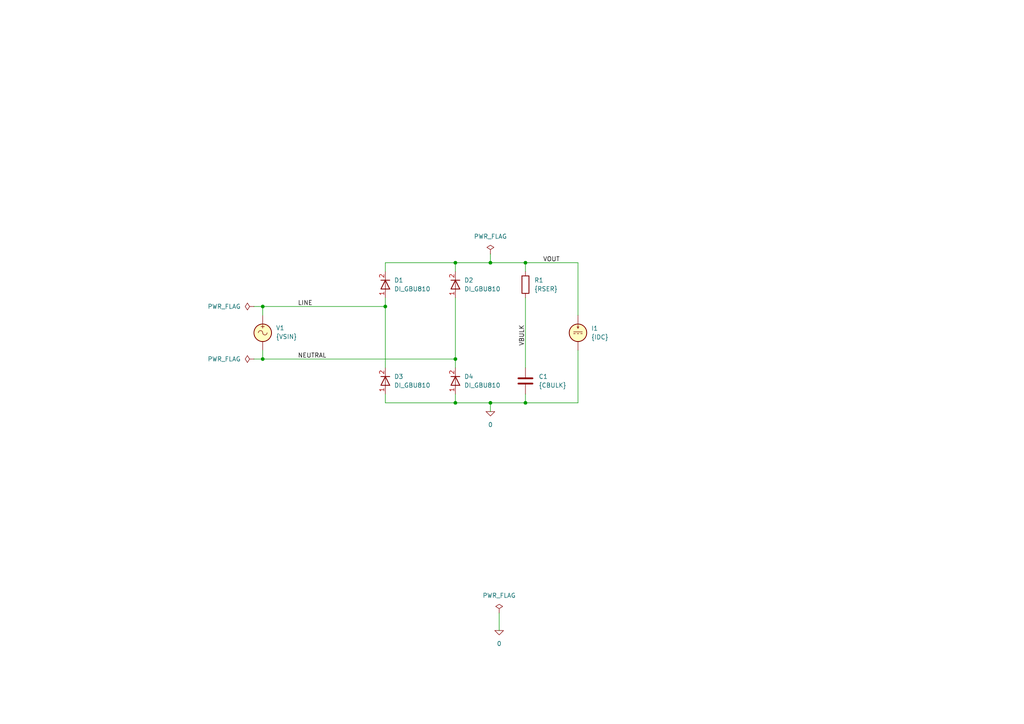
<source format=kicad_sch>
(kicad_sch
	(version 20231120)
	(generator "eeschema")
	(generator_version "8.0")
	(uuid "b05127ca-5f64-4780-b82d-463c31d36d55")
	(paper "A4")
	(title_block
		(title "8.0A GLASS PASSIVATED BRIDGE RECTIFIER")
		(date "2024-06-20")
		(rev "2")
		(company "astroelectronic@")
		(comment 1 "-")
		(comment 2 "-")
		(comment 3 "-")
		(comment 4 "AE01011810")
	)
	(lib_symbols
		(symbol "GBU810:0"
			(power)
			(pin_names
				(offset 0)
			)
			(exclude_from_sim no)
			(in_bom yes)
			(on_board yes)
			(property "Reference" "#GND"
				(at 0 -2.54 0)
				(effects
					(font
						(size 1.27 1.27)
					)
					(hide yes)
				)
			)
			(property "Value" "0"
				(at 0 -1.778 0)
				(effects
					(font
						(size 1.27 1.27)
					)
				)
			)
			(property "Footprint" ""
				(at 0 0 0)
				(effects
					(font
						(size 1.27 1.27)
					)
					(hide yes)
				)
			)
			(property "Datasheet" "~"
				(at 0 0 0)
				(effects
					(font
						(size 1.27 1.27)
					)
					(hide yes)
				)
			)
			(property "Description" "0V reference potential for simulation"
				(at 0 0 0)
				(effects
					(font
						(size 1.27 1.27)
					)
					(hide yes)
				)
			)
			(property "ki_keywords" "simulation"
				(at 0 0 0)
				(effects
					(font
						(size 1.27 1.27)
					)
					(hide yes)
				)
			)
			(symbol "0_0_1"
				(polyline
					(pts
						(xy -1.27 0) (xy 0 -1.27) (xy 1.27 0) (xy -1.27 0)
					)
					(stroke
						(width 0)
						(type default)
					)
					(fill
						(type none)
					)
				)
			)
			(symbol "0_1_1"
				(pin power_in line
					(at 0 0 0)
					(length 0) hide
					(name "0"
						(effects
							(font
								(size 1.016 1.016)
							)
						)
					)
					(number "1"
						(effects
							(font
								(size 1.016 1.016)
							)
						)
					)
				)
			)
		)
		(symbol "GBU810:C"
			(pin_numbers hide)
			(pin_names
				(offset 0.254)
			)
			(exclude_from_sim no)
			(in_bom yes)
			(on_board yes)
			(property "Reference" "C"
				(at 0.635 2.54 0)
				(effects
					(font
						(size 1.27 1.27)
					)
					(justify left)
				)
			)
			(property "Value" "C"
				(at 0.635 -2.54 0)
				(effects
					(font
						(size 1.27 1.27)
					)
					(justify left)
				)
			)
			(property "Footprint" ""
				(at 0.9652 -3.81 0)
				(effects
					(font
						(size 1.27 1.27)
					)
					(hide yes)
				)
			)
			(property "Datasheet" "~"
				(at 0 0 0)
				(effects
					(font
						(size 1.27 1.27)
					)
					(hide yes)
				)
			)
			(property "Description" "Unpolarized capacitor"
				(at 0 0 0)
				(effects
					(font
						(size 1.27 1.27)
					)
					(hide yes)
				)
			)
			(property "ki_keywords" "cap capacitor"
				(at 0 0 0)
				(effects
					(font
						(size 1.27 1.27)
					)
					(hide yes)
				)
			)
			(property "ki_fp_filters" "C_*"
				(at 0 0 0)
				(effects
					(font
						(size 1.27 1.27)
					)
					(hide yes)
				)
			)
			(symbol "C_0_1"
				(polyline
					(pts
						(xy -2.032 -0.762) (xy 2.032 -0.762)
					)
					(stroke
						(width 0.508)
						(type default)
					)
					(fill
						(type none)
					)
				)
				(polyline
					(pts
						(xy -2.032 0.762) (xy 2.032 0.762)
					)
					(stroke
						(width 0.508)
						(type default)
					)
					(fill
						(type none)
					)
				)
			)
			(symbol "C_1_1"
				(pin passive line
					(at 0 3.81 270)
					(length 2.794)
					(name "~"
						(effects
							(font
								(size 1.27 1.27)
							)
						)
					)
					(number "1"
						(effects
							(font
								(size 1.27 1.27)
							)
						)
					)
				)
				(pin passive line
					(at 0 -3.81 90)
					(length 2.794)
					(name "~"
						(effects
							(font
								(size 1.27 1.27)
							)
						)
					)
					(number "2"
						(effects
							(font
								(size 1.27 1.27)
							)
						)
					)
				)
			)
		)
		(symbol "GBU810:DIODE"
			(pin_names
				(offset 1.016) hide)
			(exclude_from_sim no)
			(in_bom yes)
			(on_board yes)
			(property "Reference" "D"
				(at 0 2.54 0)
				(effects
					(font
						(size 1.27 1.27)
					)
				)
			)
			(property "Value" "${SIM.PARAMS}"
				(at 0 -2.54 0)
				(effects
					(font
						(size 1.27 1.27)
					)
				)
			)
			(property "Footprint" ""
				(at 0 0 0)
				(effects
					(font
						(size 1.27 1.27)
					)
					(hide yes)
				)
			)
			(property "Datasheet" "~"
				(at 0 0 0)
				(effects
					(font
						(size 1.27 1.27)
					)
					(hide yes)
				)
			)
			(property "Description" "Diode, anode on pin 1, for simulation only!"
				(at 0 0 0)
				(effects
					(font
						(size 1.27 1.27)
					)
					(hide yes)
				)
			)
			(property "Sim.Pins" "1=1 2=2"
				(at 0 0 0)
				(effects
					(font
						(size 1.27 1.27)
					)
					(hide yes)
				)
			)
			(property "Sim.Device" "SPICE"
				(at 0 0 0)
				(effects
					(font
						(size 1.27 1.27)
					)
					(justify left)
					(hide yes)
				)
			)
			(property "Sim.Params" "type=\"D\" model=\"DIODE\" lib=\"\""
				(at 0 0 0)
				(effects
					(font
						(size 1.27 1.27)
					)
					(hide yes)
				)
			)
			(property "Spice_Netlist_Enabled" "Y"
				(at 0 0 0)
				(effects
					(font
						(size 1.27 1.27)
					)
					(justify left)
					(hide yes)
				)
			)
			(property "ki_keywords" "simulation"
				(at 0 0 0)
				(effects
					(font
						(size 1.27 1.27)
					)
					(hide yes)
				)
			)
			(symbol "DIODE_0_1"
				(polyline
					(pts
						(xy 1.27 0) (xy -1.27 0)
					)
					(stroke
						(width 0)
						(type default)
					)
					(fill
						(type none)
					)
				)
				(polyline
					(pts
						(xy 1.27 1.27) (xy 1.27 -1.27)
					)
					(stroke
						(width 0.254)
						(type default)
					)
					(fill
						(type none)
					)
				)
				(polyline
					(pts
						(xy -1.27 -1.27) (xy -1.27 1.27) (xy 1.27 0) (xy -1.27 -1.27)
					)
					(stroke
						(width 0.254)
						(type default)
					)
					(fill
						(type none)
					)
				)
			)
			(symbol "DIODE_1_1"
				(pin passive line
					(at -3.81 0 0)
					(length 2.54)
					(name "A"
						(effects
							(font
								(size 1.27 1.27)
							)
						)
					)
					(number "1"
						(effects
							(font
								(size 1.27 1.27)
							)
						)
					)
				)
				(pin passive line
					(at 3.81 0 180)
					(length 2.54)
					(name "K"
						(effects
							(font
								(size 1.27 1.27)
							)
						)
					)
					(number "2"
						(effects
							(font
								(size 1.27 1.27)
							)
						)
					)
				)
			)
		)
		(symbol "GBU810:IDC"
			(pin_numbers hide)
			(pin_names
				(offset 0.0254)
			)
			(exclude_from_sim no)
			(in_bom yes)
			(on_board yes)
			(property "Reference" "I"
				(at 2.54 2.54 0)
				(effects
					(font
						(size 1.27 1.27)
					)
					(justify left)
				)
			)
			(property "Value" "1"
				(at 2.54 0 0)
				(effects
					(font
						(size 1.27 1.27)
					)
					(justify left)
				)
			)
			(property "Footprint" ""
				(at 0 0 0)
				(effects
					(font
						(size 1.27 1.27)
					)
					(hide yes)
				)
			)
			(property "Datasheet" "~"
				(at 0 0 0)
				(effects
					(font
						(size 1.27 1.27)
					)
					(hide yes)
				)
			)
			(property "Description" "Current source, DC"
				(at 0 0 0)
				(effects
					(font
						(size 1.27 1.27)
					)
					(hide yes)
				)
			)
			(property "Sim.Pins" "1=+ 2=-"
				(at 0 0 0)
				(effects
					(font
						(size 1.27 1.27)
					)
					(hide yes)
				)
			)
			(property "Sim.Type" "DC"
				(at 0 0 0)
				(effects
					(font
						(size 1.27 1.27)
					)
					(hide yes)
				)
			)
			(property "Sim.Device" "I"
				(at 0 0 0)
				(effects
					(font
						(size 1.27 1.27)
					)
					(justify left)
					(hide yes)
				)
			)
			(property "Spice_Netlist_Enabled" "Y"
				(at 0 0 0)
				(effects
					(font
						(size 1.27 1.27)
					)
					(justify left)
					(hide yes)
				)
			)
			(property "ki_keywords" "simulation"
				(at 0 0 0)
				(effects
					(font
						(size 1.27 1.27)
					)
					(hide yes)
				)
			)
			(symbol "IDC_0_0"
				(polyline
					(pts
						(xy -1.27 0.254) (xy 1.27 0.254)
					)
					(stroke
						(width 0)
						(type default)
					)
					(fill
						(type none)
					)
				)
				(polyline
					(pts
						(xy -0.762 -0.254) (xy -1.27 -0.254)
					)
					(stroke
						(width 0)
						(type default)
					)
					(fill
						(type none)
					)
				)
				(polyline
					(pts
						(xy 0.254 -0.254) (xy -0.254 -0.254)
					)
					(stroke
						(width 0)
						(type default)
					)
					(fill
						(type none)
					)
				)
				(polyline
					(pts
						(xy 1.27 -0.254) (xy 0.762 -0.254)
					)
					(stroke
						(width 0)
						(type default)
					)
					(fill
						(type none)
					)
				)
			)
			(symbol "IDC_0_1"
				(polyline
					(pts
						(xy 0 1.27) (xy 0 2.286)
					)
					(stroke
						(width 0)
						(type default)
					)
					(fill
						(type none)
					)
				)
				(polyline
					(pts
						(xy -0.254 1.778) (xy 0 1.27) (xy 0.254 1.778)
					)
					(stroke
						(width 0)
						(type default)
					)
					(fill
						(type none)
					)
				)
				(circle
					(center 0 0)
					(radius 2.54)
					(stroke
						(width 0.254)
						(type default)
					)
					(fill
						(type background)
					)
				)
			)
			(symbol "IDC_1_1"
				(pin passive line
					(at 0 5.08 270)
					(length 2.54)
					(name "~"
						(effects
							(font
								(size 1.27 1.27)
							)
						)
					)
					(number "1"
						(effects
							(font
								(size 1.27 1.27)
							)
						)
					)
				)
				(pin passive line
					(at 0 -5.08 90)
					(length 2.54)
					(name "~"
						(effects
							(font
								(size 1.27 1.27)
							)
						)
					)
					(number "2"
						(effects
							(font
								(size 1.27 1.27)
							)
						)
					)
				)
			)
		)
		(symbol "GBU810:PWR_FLAG"
			(power)
			(pin_numbers hide)
			(pin_names
				(offset 0) hide)
			(exclude_from_sim no)
			(in_bom yes)
			(on_board yes)
			(property "Reference" "#FLG"
				(at 0 1.905 0)
				(effects
					(font
						(size 1.27 1.27)
					)
					(hide yes)
				)
			)
			(property "Value" "PWR_FLAG"
				(at 0 3.81 0)
				(effects
					(font
						(size 1.27 1.27)
					)
				)
			)
			(property "Footprint" ""
				(at 0 0 0)
				(effects
					(font
						(size 1.27 1.27)
					)
					(hide yes)
				)
			)
			(property "Datasheet" "~"
				(at 0 0 0)
				(effects
					(font
						(size 1.27 1.27)
					)
					(hide yes)
				)
			)
			(property "Description" "Special symbol for telling ERC where power comes from"
				(at 0 0 0)
				(effects
					(font
						(size 1.27 1.27)
					)
					(hide yes)
				)
			)
			(property "ki_keywords" "flag power"
				(at 0 0 0)
				(effects
					(font
						(size 1.27 1.27)
					)
					(hide yes)
				)
			)
			(symbol "PWR_FLAG_0_0"
				(pin power_out line
					(at 0 0 90)
					(length 0)
					(name "pwr"
						(effects
							(font
								(size 1.27 1.27)
							)
						)
					)
					(number "1"
						(effects
							(font
								(size 1.27 1.27)
							)
						)
					)
				)
			)
			(symbol "PWR_FLAG_0_1"
				(polyline
					(pts
						(xy 0 0) (xy 0 1.27) (xy -1.016 1.905) (xy 0 2.54) (xy 1.016 1.905) (xy 0 1.27)
					)
					(stroke
						(width 0)
						(type default)
					)
					(fill
						(type none)
					)
				)
			)
		)
		(symbol "GBU810:R"
			(pin_numbers hide)
			(pin_names
				(offset 0)
			)
			(exclude_from_sim no)
			(in_bom yes)
			(on_board yes)
			(property "Reference" "R"
				(at 2.032 0 90)
				(effects
					(font
						(size 1.27 1.27)
					)
				)
			)
			(property "Value" "R"
				(at 0 0 90)
				(effects
					(font
						(size 1.27 1.27)
					)
				)
			)
			(property "Footprint" ""
				(at -1.778 0 90)
				(effects
					(font
						(size 1.27 1.27)
					)
					(hide yes)
				)
			)
			(property "Datasheet" "~"
				(at 0 0 0)
				(effects
					(font
						(size 1.27 1.27)
					)
					(hide yes)
				)
			)
			(property "Description" "Resistor"
				(at 0 0 0)
				(effects
					(font
						(size 1.27 1.27)
					)
					(hide yes)
				)
			)
			(property "ki_keywords" "R res resistor"
				(at 0 0 0)
				(effects
					(font
						(size 1.27 1.27)
					)
					(hide yes)
				)
			)
			(property "ki_fp_filters" "R_*"
				(at 0 0 0)
				(effects
					(font
						(size 1.27 1.27)
					)
					(hide yes)
				)
			)
			(symbol "R_0_1"
				(rectangle
					(start -1.016 -2.54)
					(end 1.016 2.54)
					(stroke
						(width 0.254)
						(type default)
					)
					(fill
						(type none)
					)
				)
			)
			(symbol "R_1_1"
				(pin passive line
					(at 0 3.81 270)
					(length 1.27)
					(name "~"
						(effects
							(font
								(size 1.27 1.27)
							)
						)
					)
					(number "1"
						(effects
							(font
								(size 1.27 1.27)
							)
						)
					)
				)
				(pin passive line
					(at 0 -3.81 90)
					(length 1.27)
					(name "~"
						(effects
							(font
								(size 1.27 1.27)
							)
						)
					)
					(number "2"
						(effects
							(font
								(size 1.27 1.27)
							)
						)
					)
				)
			)
		)
		(symbol "GBU810:VSIN"
			(pin_numbers hide)
			(pin_names
				(offset 0.0254)
			)
			(exclude_from_sim no)
			(in_bom yes)
			(on_board yes)
			(property "Reference" "V"
				(at 2.54 2.54 0)
				(effects
					(font
						(size 1.27 1.27)
					)
					(justify left)
				)
			)
			(property "Value" "VSIN"
				(at 2.54 0 0)
				(effects
					(font
						(size 1.27 1.27)
					)
					(justify left)
				)
			)
			(property "Footprint" ""
				(at 0 0 0)
				(effects
					(font
						(size 1.27 1.27)
					)
					(hide yes)
				)
			)
			(property "Datasheet" "~"
				(at 0 0 0)
				(effects
					(font
						(size 1.27 1.27)
					)
					(hide yes)
				)
			)
			(property "Description" "Voltage source, sinusoidal"
				(at 0 0 0)
				(effects
					(font
						(size 1.27 1.27)
					)
					(hide yes)
				)
			)
			(property "Sim.Pins" "1=+ 2=-"
				(at 0 0 0)
				(effects
					(font
						(size 1.27 1.27)
					)
					(hide yes)
				)
			)
			(property "Sim.Params" "dc=0 ampl=1 f=1k"
				(at 2.54 -2.54 0)
				(effects
					(font
						(size 1.27 1.27)
					)
					(justify left)
				)
			)
			(property "Sim.Type" "SIN"
				(at 0 0 0)
				(effects
					(font
						(size 1.27 1.27)
					)
					(hide yes)
				)
			)
			(property "Sim.Device" "V"
				(at 0 0 0)
				(effects
					(font
						(size 1.27 1.27)
					)
					(justify left)
					(hide yes)
				)
			)
			(property "Spice_Netlist_Enabled" "Y"
				(at 0 0 0)
				(effects
					(font
						(size 1.27 1.27)
					)
					(justify left)
					(hide yes)
				)
			)
			(property "ki_keywords" "simulation"
				(at 0 0 0)
				(effects
					(font
						(size 1.27 1.27)
					)
					(hide yes)
				)
			)
			(symbol "VSIN_0_0"
				(arc
					(start 0 0)
					(mid -0.635 0.6323)
					(end -1.27 0)
					(stroke
						(width 0)
						(type default)
					)
					(fill
						(type none)
					)
				)
				(arc
					(start 0 0)
					(mid 0.635 -0.6323)
					(end 1.27 0)
					(stroke
						(width 0)
						(type default)
					)
					(fill
						(type none)
					)
				)
				(text "+"
					(at 0 1.905 0)
					(effects
						(font
							(size 1.27 1.27)
						)
					)
				)
			)
			(symbol "VSIN_0_1"
				(circle
					(center 0 0)
					(radius 2.54)
					(stroke
						(width 0.254)
						(type default)
					)
					(fill
						(type background)
					)
				)
			)
			(symbol "VSIN_1_1"
				(pin passive line
					(at 0 5.08 270)
					(length 2.54)
					(name "~"
						(effects
							(font
								(size 1.27 1.27)
							)
						)
					)
					(number "1"
						(effects
							(font
								(size 1.27 1.27)
							)
						)
					)
				)
				(pin passive line
					(at 0 -5.08 90)
					(length 2.54)
					(name "~"
						(effects
							(font
								(size 1.27 1.27)
							)
						)
					)
					(number "2"
						(effects
							(font
								(size 1.27 1.27)
							)
						)
					)
				)
			)
		)
	)
	(junction
		(at 132.08 76.2)
		(diameter 0)
		(color 0 0 0 0)
		(uuid "643fe0a8-9ef1-4840-b7f2-1451bee820e3")
	)
	(junction
		(at 111.76 88.9)
		(diameter 0)
		(color 0 0 0 0)
		(uuid "6b37cb34-643d-4453-a11a-add11a253daa")
	)
	(junction
		(at 152.4 116.84)
		(diameter 0)
		(color 0 0 0 0)
		(uuid "7c0f3518-ecd4-402c-95b2-1f711ae542ee")
	)
	(junction
		(at 142.24 116.84)
		(diameter 0)
		(color 0 0 0 0)
		(uuid "821799a2-a7e2-413d-a101-a8c52fbce93e")
	)
	(junction
		(at 76.2 88.9)
		(diameter 0)
		(color 0 0 0 0)
		(uuid "84db70ce-9a45-4578-b1f4-b687d5f51634")
	)
	(junction
		(at 132.08 116.84)
		(diameter 0)
		(color 0 0 0 0)
		(uuid "89abe20e-d1b7-4111-8d8c-6b424ecea9c7")
	)
	(junction
		(at 132.08 104.14)
		(diameter 0)
		(color 0 0 0 0)
		(uuid "ad458764-6fe3-46b2-b54e-63ef5025923b")
	)
	(junction
		(at 76.2 104.14)
		(diameter 0)
		(color 0 0 0 0)
		(uuid "addeb983-7eb9-4643-812c-d36e7e269ba5")
	)
	(junction
		(at 142.24 76.2)
		(diameter 0)
		(color 0 0 0 0)
		(uuid "b8f80215-84e9-40f5-b07a-7ba172cb9e06")
	)
	(junction
		(at 152.4 76.2)
		(diameter 0)
		(color 0 0 0 0)
		(uuid "d19c3c57-49e6-4211-998e-5139b6a99152")
	)
	(wire
		(pts
			(xy 132.08 86.36) (xy 132.08 104.14)
		)
		(stroke
			(width 0)
			(type default)
		)
		(uuid "024b3b09-781f-4d57-b2e5-af914cda4144")
	)
	(wire
		(pts
			(xy 132.08 104.14) (xy 132.08 106.68)
		)
		(stroke
			(width 0)
			(type default)
		)
		(uuid "0acc53f2-5e14-48dc-92e9-dbf7aa75ae31")
	)
	(wire
		(pts
			(xy 167.64 91.44) (xy 167.64 76.2)
		)
		(stroke
			(width 0)
			(type default)
		)
		(uuid "107592d0-0688-4422-bac7-1c90497b06c9")
	)
	(wire
		(pts
			(xy 142.24 76.2) (xy 152.4 76.2)
		)
		(stroke
			(width 0)
			(type default)
		)
		(uuid "114373cf-e71b-43e4-8167-d860e2ae9c8a")
	)
	(wire
		(pts
			(xy 73.66 104.14) (xy 76.2 104.14)
		)
		(stroke
			(width 0)
			(type default)
		)
		(uuid "11ad1a35-aabc-4b99-8320-ba814526d36a")
	)
	(wire
		(pts
			(xy 167.64 116.84) (xy 152.4 116.84)
		)
		(stroke
			(width 0)
			(type default)
		)
		(uuid "166e8a00-aab4-4a04-bd0a-81e541abfb80")
	)
	(wire
		(pts
			(xy 132.08 116.84) (xy 142.24 116.84)
		)
		(stroke
			(width 0)
			(type default)
		)
		(uuid "16e38e5e-9598-4c69-aed0-329b450f0a97")
	)
	(wire
		(pts
			(xy 152.4 76.2) (xy 152.4 78.74)
		)
		(stroke
			(width 0)
			(type default)
		)
		(uuid "189f3535-94eb-420f-a9c3-6328933a60f4")
	)
	(wire
		(pts
			(xy 73.66 88.9) (xy 76.2 88.9)
		)
		(stroke
			(width 0)
			(type default)
		)
		(uuid "1ff07186-1756-407c-af04-f1f39ecb7a13")
	)
	(wire
		(pts
			(xy 76.2 88.9) (xy 111.76 88.9)
		)
		(stroke
			(width 0)
			(type default)
		)
		(uuid "206faa02-127e-4435-9f43-9b1fbfe1f152")
	)
	(wire
		(pts
			(xy 111.76 114.3) (xy 111.76 116.84)
		)
		(stroke
			(width 0)
			(type default)
		)
		(uuid "293fda33-e200-4137-81f0-41626befd5ed")
	)
	(wire
		(pts
			(xy 167.64 76.2) (xy 152.4 76.2)
		)
		(stroke
			(width 0)
			(type default)
		)
		(uuid "3735e8e3-563e-4191-a8cc-2d0f0ca3e6e2")
	)
	(wire
		(pts
			(xy 144.78 177.8) (xy 144.78 182.88)
		)
		(stroke
			(width 0)
			(type default)
		)
		(uuid "4643b09a-a304-418b-ac7b-1038728026fd")
	)
	(wire
		(pts
			(xy 152.4 116.84) (xy 152.4 114.3)
		)
		(stroke
			(width 0)
			(type default)
		)
		(uuid "485015c0-2405-444d-94c1-093ccd2882b5")
	)
	(wire
		(pts
			(xy 111.76 88.9) (xy 111.76 106.68)
		)
		(stroke
			(width 0)
			(type default)
		)
		(uuid "4ba2c874-695f-45f9-8871-780b8fe00a61")
	)
	(wire
		(pts
			(xy 132.08 116.84) (xy 132.08 114.3)
		)
		(stroke
			(width 0)
			(type default)
		)
		(uuid "5051b0a0-8afc-4881-8831-fe727351b805")
	)
	(wire
		(pts
			(xy 76.2 104.14) (xy 132.08 104.14)
		)
		(stroke
			(width 0)
			(type default)
		)
		(uuid "5343050e-730d-4d80-840d-871b255abcf2")
	)
	(wire
		(pts
			(xy 132.08 76.2) (xy 132.08 78.74)
		)
		(stroke
			(width 0)
			(type default)
		)
		(uuid "58b28864-bd13-405f-ba44-8db0994b55af")
	)
	(wire
		(pts
			(xy 111.76 116.84) (xy 132.08 116.84)
		)
		(stroke
			(width 0)
			(type default)
		)
		(uuid "6fabd2cb-ea82-4f77-844e-eb76ddea8da9")
	)
	(wire
		(pts
			(xy 76.2 91.44) (xy 76.2 88.9)
		)
		(stroke
			(width 0)
			(type default)
		)
		(uuid "703955d1-9118-4cba-a14a-48dfc4d10e8a")
	)
	(wire
		(pts
			(xy 152.4 86.36) (xy 152.4 106.68)
		)
		(stroke
			(width 0)
			(type default)
		)
		(uuid "7ef3adbf-873a-4f51-912d-b735954b444d")
	)
	(wire
		(pts
			(xy 76.2 101.6) (xy 76.2 104.14)
		)
		(stroke
			(width 0)
			(type default)
		)
		(uuid "94e99748-54d9-499f-9788-08861885cbb2")
	)
	(wire
		(pts
			(xy 111.76 78.74) (xy 111.76 76.2)
		)
		(stroke
			(width 0)
			(type default)
		)
		(uuid "9d7fabce-db97-4bd0-a502-52f7b1e7ed13")
	)
	(wire
		(pts
			(xy 111.76 86.36) (xy 111.76 88.9)
		)
		(stroke
			(width 0)
			(type default)
		)
		(uuid "a6c7f1d7-6e4b-4d33-aaa7-a947babdd8c5")
	)
	(wire
		(pts
			(xy 142.24 116.84) (xy 142.24 119.38)
		)
		(stroke
			(width 0)
			(type default)
		)
		(uuid "b3e366c8-c8d4-4ba0-a0d9-0dec0bc89c5a")
	)
	(wire
		(pts
			(xy 132.08 76.2) (xy 142.24 76.2)
		)
		(stroke
			(width 0)
			(type default)
		)
		(uuid "b8b5674f-26a6-4a2c-913d-7c1a7c96f492")
	)
	(wire
		(pts
			(xy 142.24 73.66) (xy 142.24 76.2)
		)
		(stroke
			(width 0)
			(type default)
		)
		(uuid "c5682ad0-111d-4224-97e1-b2b70ea3c266")
	)
	(wire
		(pts
			(xy 167.64 101.6) (xy 167.64 116.84)
		)
		(stroke
			(width 0)
			(type default)
		)
		(uuid "f3d1c864-5d3a-4401-ad3b-0c5fc0ae8e34")
	)
	(wire
		(pts
			(xy 111.76 76.2) (xy 132.08 76.2)
		)
		(stroke
			(width 0)
			(type default)
		)
		(uuid "f445811d-5675-471c-81ed-53a5dc4a92f1")
	)
	(wire
		(pts
			(xy 142.24 116.84) (xy 152.4 116.84)
		)
		(stroke
			(width 0)
			(type default)
		)
		(uuid "fb131d24-78cf-4671-994e-b5fd4a9746f2")
	)
	(label "NEUTRAL"
		(at 86.36 104.14 0)
		(fields_autoplaced yes)
		(effects
			(font
				(size 1.27 1.27)
			)
			(justify left bottom)
		)
		(uuid "244db7f8-d9a7-4ca6-8bb6-fd13e7dec2a5")
	)
	(label "LINE"
		(at 86.36 88.9 0)
		(fields_autoplaced yes)
		(effects
			(font
				(size 1.27 1.27)
			)
			(justify left bottom)
		)
		(uuid "8072aaef-9f50-4cdc-a8b6-66059f5e69f7")
	)
	(label "VBULK"
		(at 152.4 100.33 90)
		(fields_autoplaced yes)
		(effects
			(font
				(size 1.27 1.27)
			)
			(justify left bottom)
		)
		(uuid "c9720e84-54a7-4410-bdd0-5c2a1daf296a")
	)
	(label "VOUT"
		(at 157.48 76.2 0)
		(fields_autoplaced yes)
		(effects
			(font
				(size 1.27 1.27)
			)
			(justify left bottom)
		)
		(uuid "d116930f-55a8-4096-9741-0b0edbfeea31")
	)
	(symbol
		(lib_id "GBU810:0")
		(at 142.24 119.38 0)
		(unit 1)
		(exclude_from_sim no)
		(in_bom yes)
		(on_board yes)
		(dnp no)
		(fields_autoplaced yes)
		(uuid "1c7d1e8a-9264-4c74-9cc7-06ea90edb39f")
		(property "Reference" "#GND01"
			(at 142.24 121.92 0)
			(effects
				(font
					(size 1.27 1.27)
				)
				(hide yes)
			)
		)
		(property "Value" "0"
			(at 142.24 123.19 0)
			(effects
				(font
					(size 1.27 1.27)
				)
			)
		)
		(property "Footprint" ""
			(at 142.24 119.38 0)
			(effects
				(font
					(size 1.27 1.27)
				)
				(hide yes)
			)
		)
		(property "Datasheet" "~"
			(at 142.24 119.38 0)
			(effects
				(font
					(size 1.27 1.27)
				)
				(hide yes)
			)
		)
		(property "Description" ""
			(at 142.24 119.38 0)
			(effects
				(font
					(size 1.27 1.27)
				)
				(hide yes)
			)
		)
		(pin "1"
			(uuid "20fa7339-c174-40b0-86a5-40f8a2ad37f4")
		)
		(instances
			(project ""
				(path "/13952cb3-3532-4762-a448-54c4a1ded07a"
					(reference "#GND01")
					(unit 1)
				)
			)
			(project ""
				(path "/b05127ca-5f64-4780-b82d-463c31d36d55"
					(reference "#GND01")
					(unit 1)
				)
			)
		)
	)
	(symbol
		(lib_name "GBU810:DIODE")
		(lib_id "GBU810:DIODE")
		(at 111.76 110.49 90)
		(unit 1)
		(exclude_from_sim no)
		(in_bom yes)
		(on_board yes)
		(dnp no)
		(fields_autoplaced yes)
		(uuid "1ec95bb0-f408-4a8a-9639-ded556c2ca6b")
		(property "Reference" "D3"
			(at 114.3 109.2199 90)
			(effects
				(font
					(size 1.27 1.27)
				)
				(justify right)
			)
		)
		(property "Value" "DI_GBU810"
			(at 114.3 111.7599 90)
			(effects
				(font
					(size 1.27 1.27)
				)
				(justify right)
			)
		)
		(property "Footprint" ""
			(at 111.76 110.49 0)
			(effects
				(font
					(size 1.27 1.27)
				)
				(hide yes)
			)
		)
		(property "Datasheet" "~"
			(at 111.76 110.49 0)
			(effects
				(font
					(size 1.27 1.27)
				)
				(hide yes)
			)
		)
		(property "Description" ""
			(at 111.76 110.49 0)
			(effects
				(font
					(size 1.27 1.27)
				)
				(hide yes)
			)
		)
		(property "Sim.Device" "D"
			(at 111.76 110.49 0)
			(effects
				(font
					(size 1.27 1.27)
				)
				(justify left)
				(hide yes)
			)
		)
		(property "Sim.Params" "type=\"D\" model=\"DI_GBU810\" lib=\"models/GBU810.spice.txt\""
			(at -15.24 -5.08 0)
			(effects
				(font
					(size 1.27 1.27)
				)
				(hide yes)
			)
		)
		(property "Sim.Pins" "1=1 2=2"
			(at -15.24 -5.08 0)
			(effects
				(font
					(size 1.27 1.27)
				)
				(hide yes)
			)
		)
		(property "Sim.Library" "C:\\AE\\GBU810\\_models\\GBU810.spice.txt"
			(at 111.76 110.49 0)
			(effects
				(font
					(size 1.27 1.27)
				)
				(hide yes)
			)
		)
		(property "Sim.Name" "DI_GBU810"
			(at 111.76 110.49 0)
			(effects
				(font
					(size 1.27 1.27)
				)
				(hide yes)
			)
		)
		(pin "1"
			(uuid "c7e0af46-ff16-43e9-911f-387ab208387a")
		)
		(pin "2"
			(uuid "39d6d74b-8445-4f30-9315-c31c735db5b3")
		)
		(instances
			(project ""
				(path "/13952cb3-3532-4762-a448-54c4a1ded07a"
					(reference "D3")
					(unit 1)
				)
			)
		)
	)
	(symbol
		(lib_name "GBU810:VSIN")
		(lib_id "GBU810:VSIN")
		(at 76.2 96.52 0)
		(unit 1)
		(exclude_from_sim no)
		(in_bom yes)
		(on_board yes)
		(dnp no)
		(fields_autoplaced yes)
		(uuid "376dfcf9-2519-4cca-987b-83d7b75ae2c3")
		(property "Reference" "V1"
			(at 80.01 95.1201 0)
			(effects
				(font
					(size 1.27 1.27)
				)
				(justify left)
			)
		)
		(property "Value" "{VSIN}"
			(at 80.01 97.6601 0)
			(effects
				(font
					(size 1.27 1.27)
				)
				(justify left)
			)
		)
		(property "Footprint" ""
			(at 76.2 96.52 0)
			(effects
				(font
					(size 1.27 1.27)
				)
				(hide yes)
			)
		)
		(property "Datasheet" "~"
			(at 76.2 96.52 0)
			(effects
				(font
					(size 1.27 1.27)
				)
				(hide yes)
			)
		)
		(property "Description" ""
			(at 76.2 96.52 0)
			(effects
				(font
					(size 1.27 1.27)
				)
				(hide yes)
			)
		)
		(property "Sim.Device" "SPICE"
			(at 76.2 96.52 0)
			(effects
				(font
					(size 1.27 1.27)
				)
				(justify left)
				(hide yes)
			)
		)
		(property "Sim.Params" "type=\"V\" model=\"SINE({VOFFSET} {VPK} {FREQ})\" lib=\"\""
			(at -15.24 -5.08 0)
			(effects
				(font
					(size 1.27 1.27)
				)
				(hide yes)
			)
		)
		(property "Sim.Pins" "1=1 2=2"
			(at -15.24 -5.08 0)
			(effects
				(font
					(size 1.27 1.27)
				)
				(hide yes)
			)
		)
		(pin "1"
			(uuid "88c06b68-5c3c-46c9-81af-276a80a75d1d")
		)
		(pin "2"
			(uuid "ee92391c-65ca-4e98-bebf-1318088eaf39")
		)
		(instances
			(project ""
				(path "/13952cb3-3532-4762-a448-54c4a1ded07a"
					(reference "V1")
					(unit 1)
				)
			)
		)
	)
	(symbol
		(lib_id "GBU810:PWR_FLAG")
		(at 142.24 73.66 0)
		(unit 1)
		(exclude_from_sim no)
		(in_bom yes)
		(on_board yes)
		(dnp no)
		(fields_autoplaced yes)
		(uuid "3eb0a9a8-37de-4f0d-90ae-14fcebdcfc1d")
		(property "Reference" "#FLG03"
			(at 142.24 71.755 0)
			(effects
				(font
					(size 1.27 1.27)
				)
				(hide yes)
			)
		)
		(property "Value" "PWR_FLAG"
			(at 142.24 68.58 0)
			(effects
				(font
					(size 1.27 1.27)
				)
			)
		)
		(property "Footprint" ""
			(at 142.24 73.66 0)
			(effects
				(font
					(size 1.27 1.27)
				)
				(hide yes)
			)
		)
		(property "Datasheet" "~"
			(at 142.24 73.66 0)
			(effects
				(font
					(size 1.27 1.27)
				)
				(hide yes)
			)
		)
		(property "Description" ""
			(at 142.24 73.66 0)
			(effects
				(font
					(size 1.27 1.27)
				)
				(hide yes)
			)
		)
		(pin "1"
			(uuid "174d5d79-110f-4f73-be21-a1f590218125")
		)
		(instances
			(project ""
				(path "/13952cb3-3532-4762-a448-54c4a1ded07a"
					(reference "#FLG03")
					(unit 1)
				)
			)
			(project ""
				(path "/b05127ca-5f64-4780-b82d-463c31d36d55"
					(reference "#FLG03")
					(unit 1)
				)
			)
		)
	)
	(symbol
		(lib_id "GBU810:PWR_FLAG")
		(at 73.66 88.9 90)
		(unit 1)
		(exclude_from_sim no)
		(in_bom yes)
		(on_board yes)
		(dnp no)
		(fields_autoplaced yes)
		(uuid "5b3abbbe-feed-47b2-be07-49176f9c561c")
		(property "Reference" "#FLG01"
			(at 71.755 88.9 0)
			(effects
				(font
					(size 1.27 1.27)
				)
				(hide yes)
			)
		)
		(property "Value" "PWR_FLAG"
			(at 69.85 88.8999 90)
			(effects
				(font
					(size 1.27 1.27)
				)
				(justify left)
			)
		)
		(property "Footprint" ""
			(at 73.66 88.9 0)
			(effects
				(font
					(size 1.27 1.27)
				)
				(hide yes)
			)
		)
		(property "Datasheet" "~"
			(at 73.66 88.9 0)
			(effects
				(font
					(size 1.27 1.27)
				)
				(hide yes)
			)
		)
		(property "Description" ""
			(at 73.66 88.9 0)
			(effects
				(font
					(size 1.27 1.27)
				)
				(hide yes)
			)
		)
		(pin "1"
			(uuid "dd940f23-dc52-451b-b6b5-e2c33f007b60")
		)
		(instances
			(project ""
				(path "/13952cb3-3532-4762-a448-54c4a1ded07a"
					(reference "#FLG01")
					(unit 1)
				)
			)
			(project ""
				(path "/b05127ca-5f64-4780-b82d-463c31d36d55"
					(reference "#FLG01")
					(unit 1)
				)
			)
		)
	)
	(symbol
		(lib_id "GBU810:0")
		(at 144.78 182.88 0)
		(unit 1)
		(exclude_from_sim no)
		(in_bom yes)
		(on_board yes)
		(dnp no)
		(fields_autoplaced yes)
		(uuid "97e0f5af-34f2-4e60-92e0-a9a1248bcbf9")
		(property "Reference" "#GND02"
			(at 144.78 185.42 0)
			(effects
				(font
					(size 1.27 1.27)
				)
				(hide yes)
			)
		)
		(property "Value" "0"
			(at 144.78 186.69 0)
			(effects
				(font
					(size 1.27 1.27)
				)
			)
		)
		(property "Footprint" ""
			(at 144.78 182.88 0)
			(effects
				(font
					(size 1.27 1.27)
				)
				(hide yes)
			)
		)
		(property "Datasheet" "~"
			(at 144.78 182.88 0)
			(effects
				(font
					(size 1.27 1.27)
				)
				(hide yes)
			)
		)
		(property "Description" ""
			(at 144.78 182.88 0)
			(effects
				(font
					(size 1.27 1.27)
				)
				(hide yes)
			)
		)
		(pin "1"
			(uuid "f0f33f43-3419-478d-aae0-16177c1ee387")
		)
		(instances
			(project ""
				(path "/13952cb3-3532-4762-a448-54c4a1ded07a"
					(reference "#GND02")
					(unit 1)
				)
			)
			(project ""
				(path "/b05127ca-5f64-4780-b82d-463c31d36d55"
					(reference "#GND02")
					(unit 1)
				)
			)
		)
	)
	(symbol
		(lib_id "GBU810:PWR_FLAG")
		(at 144.78 177.8 0)
		(unit 1)
		(exclude_from_sim no)
		(in_bom yes)
		(on_board yes)
		(dnp no)
		(fields_autoplaced yes)
		(uuid "9df51320-959d-4739-b05e-d697b035610d")
		(property "Reference" "#FLG04"
			(at 144.78 175.895 0)
			(effects
				(font
					(size 1.27 1.27)
				)
				(hide yes)
			)
		)
		(property "Value" "PWR_FLAG"
			(at 144.78 172.72 0)
			(effects
				(font
					(size 1.27 1.27)
				)
			)
		)
		(property "Footprint" ""
			(at 144.78 177.8 0)
			(effects
				(font
					(size 1.27 1.27)
				)
				(hide yes)
			)
		)
		(property "Datasheet" "~"
			(at 144.78 177.8 0)
			(effects
				(font
					(size 1.27 1.27)
				)
				(hide yes)
			)
		)
		(property "Description" ""
			(at 144.78 177.8 0)
			(effects
				(font
					(size 1.27 1.27)
				)
				(hide yes)
			)
		)
		(pin "1"
			(uuid "70d1eb47-451f-4bf9-b69f-62dad5696405")
		)
		(instances
			(project ""
				(path "/13952cb3-3532-4762-a448-54c4a1ded07a"
					(reference "#FLG04")
					(unit 1)
				)
			)
			(project ""
				(path "/b05127ca-5f64-4780-b82d-463c31d36d55"
					(reference "#FLG04")
					(unit 1)
				)
			)
		)
	)
	(symbol
		(lib_name "GBU810:DIODE")
		(lib_id "GBU810:DIODE")
		(at 111.76 82.55 90)
		(unit 1)
		(exclude_from_sim no)
		(in_bom yes)
		(on_board yes)
		(dnp no)
		(fields_autoplaced yes)
		(uuid "bb41c314-5744-4be1-a3ec-98df7552573b")
		(property "Reference" "D1"
			(at 114.3 81.2799 90)
			(effects
				(font
					(size 1.27 1.27)
				)
				(justify right)
			)
		)
		(property "Value" "DI_GBU810"
			(at 114.3 83.8199 90)
			(effects
				(font
					(size 1.27 1.27)
				)
				(justify right)
			)
		)
		(property "Footprint" ""
			(at 111.76 82.55 0)
			(effects
				(font
					(size 1.27 1.27)
				)
				(hide yes)
			)
		)
		(property "Datasheet" "~"
			(at 111.76 82.55 0)
			(effects
				(font
					(size 1.27 1.27)
				)
				(hide yes)
			)
		)
		(property "Description" ""
			(at 111.76 82.55 0)
			(effects
				(font
					(size 1.27 1.27)
				)
				(hide yes)
			)
		)
		(property "Sim.Device" "D"
			(at 111.76 82.55 0)
			(effects
				(font
					(size 1.27 1.27)
				)
				(justify left)
				(hide yes)
			)
		)
		(property "Sim.Pins" "1=A 2=K"
			(at -15.24 -5.08 0)
			(effects
				(font
					(size 1.27 1.27)
				)
				(hide yes)
			)
		)
		(property "Sim.Library" "C:\\AE\\GBU810\\_models\\GBU810.spice.txt"
			(at 111.76 82.55 0)
			(effects
				(font
					(size 1.27 1.27)
				)
				(hide yes)
			)
		)
		(property "Sim.Name" "DI_GBU810"
			(at 111.76 82.55 0)
			(effects
				(font
					(size 1.27 1.27)
				)
				(hide yes)
			)
		)
		(pin "1"
			(uuid "69d2b926-dd33-4965-b9fc-12ce02001d0c")
		)
		(pin "2"
			(uuid "32bbec6c-97be-40c3-bf81-a2c4c0c98975")
		)
		(instances
			(project ""
				(path "/13952cb3-3532-4762-a448-54c4a1ded07a"
					(reference "D1")
					(unit 1)
				)
			)
			(project ""
				(path "/b05127ca-5f64-4780-b82d-463c31d36d55"
					(reference "D1")
					(unit 1)
				)
			)
		)
	)
	(symbol
		(lib_name "GBU810:IDC")
		(lib_id "GBU810:IDC")
		(at 167.64 96.52 0)
		(unit 1)
		(exclude_from_sim no)
		(in_bom yes)
		(on_board yes)
		(dnp no)
		(fields_autoplaced yes)
		(uuid "bba1a54a-3300-48f1-90db-177fa8654bd1")
		(property "Reference" "I1"
			(at 171.45 95.2499 0)
			(effects
				(font
					(size 1.27 1.27)
				)
				(justify left)
			)
		)
		(property "Value" "{IDC}"
			(at 171.45 97.7899 0)
			(effects
				(font
					(size 1.27 1.27)
				)
				(justify left)
			)
		)
		(property "Footprint" ""
			(at 167.64 96.52 0)
			(effects
				(font
					(size 1.27 1.27)
				)
				(hide yes)
			)
		)
		(property "Datasheet" "~"
			(at 167.64 96.52 0)
			(effects
				(font
					(size 1.27 1.27)
				)
				(hide yes)
			)
		)
		(property "Description" ""
			(at 167.64 96.52 0)
			(effects
				(font
					(size 1.27 1.27)
				)
				(hide yes)
			)
		)
		(property "Sim.Device" "SPICE"
			(at 167.64 96.52 0)
			(effects
				(font
					(size 1.27 1.27)
				)
				(justify left)
				(hide yes)
			)
		)
		(property "Sim.Params" "type=\"I\" model=\"{ILOAD}\" lib=\"\""
			(at -15.24 -5.08 0)
			(effects
				(font
					(size 1.27 1.27)
				)
				(hide yes)
			)
		)
		(property "Sim.Pins" "1=1 2=2"
			(at -15.24 -5.08 0)
			(effects
				(font
					(size 1.27 1.27)
				)
				(hide yes)
			)
		)
		(pin "1"
			(uuid "2f7cc5ec-164b-4965-88bf-49fbb97569f7")
		)
		(pin "2"
			(uuid "45182e68-7a3f-49f5-91b9-c5acc7c1ae54")
		)
		(instances
			(project ""
				(path "/13952cb3-3532-4762-a448-54c4a1ded07a"
					(reference "I1")
					(unit 1)
				)
			)
		)
	)
	(symbol
		(lib_name "GBU810:DIODE")
		(lib_id "GBU810:DIODE")
		(at 132.08 82.55 90)
		(unit 1)
		(exclude_from_sim no)
		(in_bom yes)
		(on_board yes)
		(dnp no)
		(fields_autoplaced yes)
		(uuid "c3e6de88-d54a-4807-8abd-3e483c9628f3")
		(property "Reference" "D2"
			(at 134.62 81.2799 90)
			(effects
				(font
					(size 1.27 1.27)
				)
				(justify right)
			)
		)
		(property "Value" "DI_GBU810"
			(at 134.62 83.8199 90)
			(effects
				(font
					(size 1.27 1.27)
				)
				(justify right)
			)
		)
		(property "Footprint" ""
			(at 132.08 82.55 0)
			(effects
				(font
					(size 1.27 1.27)
				)
				(hide yes)
			)
		)
		(property "Datasheet" "~"
			(at 132.08 82.55 0)
			(effects
				(font
					(size 1.27 1.27)
				)
				(hide yes)
			)
		)
		(property "Description" ""
			(at 132.08 82.55 0)
			(effects
				(font
					(size 1.27 1.27)
				)
				(hide yes)
			)
		)
		(property "Sim.Device" "D"
			(at 132.08 82.55 0)
			(effects
				(font
					(size 1.27 1.27)
				)
				(justify left)
				(hide yes)
			)
		)
		(property "Sim.Params" "type=\"D\" model=\"DI_GBU810\" lib=\"models/GBU810.spice.txt\""
			(at -15.24 -5.08 0)
			(effects
				(font
					(size 1.27 1.27)
				)
				(hide yes)
			)
		)
		(property "Sim.Pins" "1=1 2=2"
			(at -15.24 -5.08 0)
			(effects
				(font
					(size 1.27 1.27)
				)
				(hide yes)
			)
		)
		(property "Sim.Library" "C:\\AE\\GBU810\\_models\\GBU810.spice.txt"
			(at 132.08 82.55 0)
			(effects
				(font
					(size 1.27 1.27)
				)
				(hide yes)
			)
		)
		(property "Sim.Name" "DI_GBU810"
			(at 132.08 82.55 0)
			(effects
				(font
					(size 1.27 1.27)
				)
				(hide yes)
			)
		)
		(pin "1"
			(uuid "bc03eec3-4083-4fec-a03f-a54d220dffa7")
		)
		(pin "2"
			(uuid "db8f20c2-a6f6-41b8-9c75-cfa85f1e2975")
		)
		(instances
			(project ""
				(path "/13952cb3-3532-4762-a448-54c4a1ded07a"
					(reference "D2")
					(unit 1)
				)
			)
		)
	)
	(symbol
		(lib_id "GBU810:PWR_FLAG")
		(at 73.66 104.14 90)
		(unit 1)
		(exclude_from_sim no)
		(in_bom yes)
		(on_board yes)
		(dnp no)
		(fields_autoplaced yes)
		(uuid "c9ae7d62-9ba3-46d3-b9af-4781b91a344d")
		(property "Reference" "#FLG02"
			(at 71.755 104.14 0)
			(effects
				(font
					(size 1.27 1.27)
				)
				(hide yes)
			)
		)
		(property "Value" "PWR_FLAG"
			(at 69.85 104.1399 90)
			(effects
				(font
					(size 1.27 1.27)
				)
				(justify left)
			)
		)
		(property "Footprint" ""
			(at 73.66 104.14 0)
			(effects
				(font
					(size 1.27 1.27)
				)
				(hide yes)
			)
		)
		(property "Datasheet" "~"
			(at 73.66 104.14 0)
			(effects
				(font
					(size 1.27 1.27)
				)
				(hide yes)
			)
		)
		(property "Description" ""
			(at 73.66 104.14 0)
			(effects
				(font
					(size 1.27 1.27)
				)
				(hide yes)
			)
		)
		(pin "1"
			(uuid "541a4dab-7d72-465a-a31f-8b2c6939114e")
		)
		(instances
			(project ""
				(path "/13952cb3-3532-4762-a448-54c4a1ded07a"
					(reference "#FLG02")
					(unit 1)
				)
			)
			(project ""
				(path "/b05127ca-5f64-4780-b82d-463c31d36d55"
					(reference "#FLG02")
					(unit 1)
				)
			)
		)
	)
	(symbol
		(lib_name "GBU810:DIODE")
		(lib_id "GBU810:DIODE")
		(at 132.08 110.49 90)
		(unit 1)
		(exclude_from_sim no)
		(in_bom yes)
		(on_board yes)
		(dnp no)
		(fields_autoplaced yes)
		(uuid "cbef9563-ada6-4390-8bf6-44e4dd94b4bd")
		(property "Reference" "D4"
			(at 134.62 109.2199 90)
			(effects
				(font
					(size 1.27 1.27)
				)
				(justify right)
			)
		)
		(property "Value" "DI_GBU810"
			(at 134.62 111.7599 90)
			(effects
				(font
					(size 1.27 1.27)
				)
				(justify right)
			)
		)
		(property "Footprint" ""
			(at 132.08 110.49 0)
			(effects
				(font
					(size 1.27 1.27)
				)
				(hide yes)
			)
		)
		(property "Datasheet" "~"
			(at 132.08 110.49 0)
			(effects
				(font
					(size 1.27 1.27)
				)
				(hide yes)
			)
		)
		(property "Description" ""
			(at 132.08 110.49 0)
			(effects
				(font
					(size 1.27 1.27)
				)
				(hide yes)
			)
		)
		(property "Sim.Device" "D"
			(at 132.08 110.49 0)
			(effects
				(font
					(size 1.27 1.27)
				)
				(justify left)
				(hide yes)
			)
		)
		(property "Sim.Params" "type=\"D\" model=\"DI_GBU810\" lib=\"models/GBU810.spice.txt\""
			(at -15.24 -5.08 0)
			(effects
				(font
					(size 1.27 1.27)
				)
				(hide yes)
			)
		)
		(property "Sim.Pins" "1=1 2=2"
			(at -15.24 -5.08 0)
			(effects
				(font
					(size 1.27 1.27)
				)
				(hide yes)
			)
		)
		(property "Sim.Library" "C:\\AE\\GBU810\\_models\\GBU810.spice.txt"
			(at 132.08 110.49 0)
			(effects
				(font
					(size 1.27 1.27)
				)
				(hide yes)
			)
		)
		(property "Sim.Name" "DI_GBU810"
			(at 132.08 110.49 0)
			(effects
				(font
					(size 1.27 1.27)
				)
				(hide yes)
			)
		)
		(pin "1"
			(uuid "b325f515-b68b-4744-80e5-f5e2ce20c2b1")
		)
		(pin "2"
			(uuid "e42ee7bc-704e-4cb3-822e-65e8fb0a06eb")
		)
		(instances
			(project ""
				(path "/13952cb3-3532-4762-a448-54c4a1ded07a"
					(reference "D4")
					(unit 1)
				)
			)
		)
	)
	(symbol
		(lib_id "GBU810:C")
		(at 152.4 110.49 0)
		(unit 1)
		(exclude_from_sim no)
		(in_bom yes)
		(on_board yes)
		(dnp no)
		(fields_autoplaced yes)
		(uuid "e2bb5045-b82a-4272-bce7-d935fe95dddd")
		(property "Reference" "C1"
			(at 156.21 109.2199 0)
			(effects
				(font
					(size 1.27 1.27)
				)
				(justify left)
			)
		)
		(property "Value" "{CBULK}"
			(at 156.21 111.7599 0)
			(effects
				(font
					(size 1.27 1.27)
				)
				(justify left)
			)
		)
		(property "Footprint" ""
			(at 153.3652 114.3 0)
			(effects
				(font
					(size 1.27 1.27)
				)
				(hide yes)
			)
		)
		(property "Datasheet" "~"
			(at 152.4 110.49 0)
			(effects
				(font
					(size 1.27 1.27)
				)
				(hide yes)
			)
		)
		(property "Description" ""
			(at 152.4 110.49 0)
			(effects
				(font
					(size 1.27 1.27)
				)
				(hide yes)
			)
		)
		(pin "1"
			(uuid "fbe938e7-fcf7-44a9-af0f-859caf00a85b")
		)
		(pin "2"
			(uuid "ebe9ba70-c872-4699-88e4-9e78f4d0e382")
		)
		(instances
			(project ""
				(path "/13952cb3-3532-4762-a448-54c4a1ded07a"
					(reference "C1")
					(unit 1)
				)
			)
		)
	)
	(symbol
		(lib_id "GBU810:R")
		(at 152.4 82.55 0)
		(unit 1)
		(exclude_from_sim no)
		(in_bom yes)
		(on_board yes)
		(dnp no)
		(fields_autoplaced yes)
		(uuid "e8452ad2-4e27-42f2-b076-618fbdce1cae")
		(property "Reference" "R1"
			(at 154.94 81.2799 0)
			(effects
				(font
					(size 1.27 1.27)
				)
				(justify left)
			)
		)
		(property "Value" "{RSER}"
			(at 154.94 83.8199 0)
			(effects
				(font
					(size 1.27 1.27)
				)
				(justify left)
			)
		)
		(property "Footprint" ""
			(at 150.622 82.55 90)
			(effects
				(font
					(size 1.27 1.27)
				)
				(hide yes)
			)
		)
		(property "Datasheet" "~"
			(at 152.4 82.55 0)
			(effects
				(font
					(size 1.27 1.27)
				)
				(hide yes)
			)
		)
		(property "Description" ""
			(at 152.4 82.55 0)
			(effects
				(font
					(size 1.27 1.27)
				)
				(hide yes)
			)
		)
		(pin "1"
			(uuid "0d63d453-d2c4-4f2b-9410-1c1fb5339556")
		)
		(pin "2"
			(uuid "6f4e11db-5fd2-4dd6-8ca7-9cd1654d8736")
		)
		(instances
			(project ""
				(path "/13952cb3-3532-4762-a448-54c4a1ded07a"
					(reference "R1")
					(unit 1)
				)
			)
		)
	)
	(sheet_instances
		(path "/"
			(page "1")
		)
	)
)

</source>
